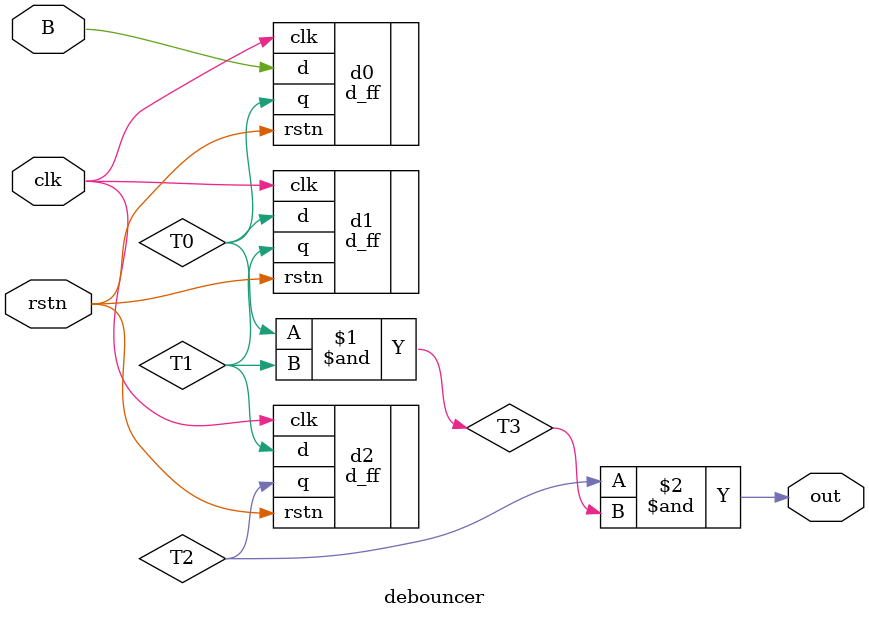
<source format=v>
module debouncer(B, clk, rstn, out);
	input clk, rstn, B; 
	output out;
	
	wire 	T0, T1, T2, T3;

	d_ff d0 ( .d(B), // SAIDA 25MHZ
		.rstn(rstn),
		.clk(clk),
		.q(T0)
	);
	
	
	d_ff d1 ( .d(T0), //SAIDA 12,5MHZ
		.rstn(rstn),
		.clk(clk),
		.q(T1)
	);
	
	
	d_ff d2 ( .d(T1), //SAIDA 6,25MHZ
		.rstn(rstn),
		.clk(clk),
		.q(T2)
	);
	
	
	and (T3, T0 ,T1);
	and (out, T2, T3);

endmodule

</source>
